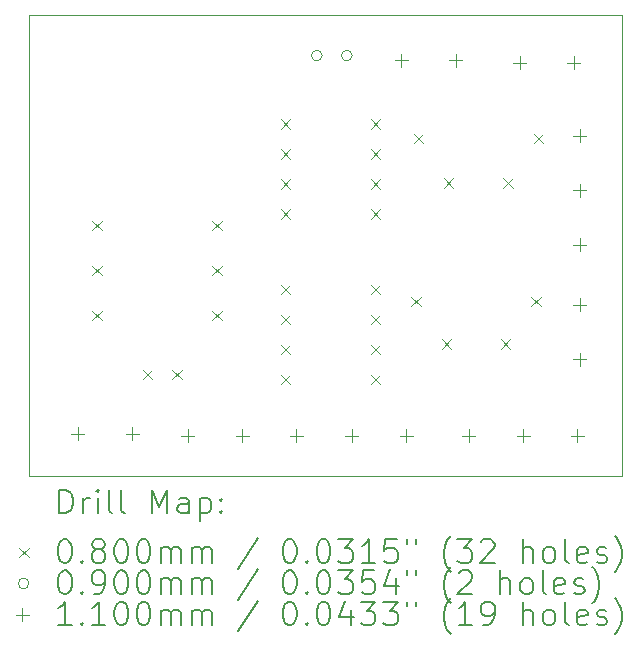
<source format=gbr>
%FSLAX45Y45*%
G04 Gerber Fmt 4.5, Leading zero omitted, Abs format (unit mm)*
G04 Created by KiCad (PCBNEW (6.0.2-0)) date 2024-07-24 16:17:42*
%MOMM*%
%LPD*%
G01*
G04 APERTURE LIST*
%TA.AperFunction,Profile*%
%ADD10C,0.100000*%
%TD*%
%ADD11C,0.200000*%
%ADD12C,0.080000*%
%ADD13C,0.090000*%
%ADD14C,0.110000*%
G04 APERTURE END LIST*
D10*
X11500000Y-5000000D02*
X16520000Y-5000000D01*
X16520000Y-5000000D02*
X16520000Y-8900000D01*
X16520000Y-8900000D02*
X11500000Y-8900000D01*
X11500000Y-8900000D02*
X11500000Y-5000000D01*
D11*
D12*
X12032000Y-6740000D02*
X12112000Y-6820000D01*
X12112000Y-6740000D02*
X12032000Y-6820000D01*
X12032000Y-7120000D02*
X12112000Y-7200000D01*
X12112000Y-7120000D02*
X12032000Y-7200000D01*
X12032000Y-7500000D02*
X12112000Y-7580000D01*
X12112000Y-7500000D02*
X12032000Y-7580000D01*
X12460000Y-8000000D02*
X12540000Y-8080000D01*
X12540000Y-8000000D02*
X12460000Y-8080000D01*
X12710000Y-8000000D02*
X12790000Y-8080000D01*
X12790000Y-8000000D02*
X12710000Y-8080000D01*
X13048000Y-6740000D02*
X13128000Y-6820000D01*
X13128000Y-6740000D02*
X13048000Y-6820000D01*
X13048000Y-7120000D02*
X13128000Y-7200000D01*
X13128000Y-7120000D02*
X13048000Y-7200000D01*
X13048000Y-7500000D02*
X13128000Y-7580000D01*
X13128000Y-7500000D02*
X13048000Y-7580000D01*
X13630000Y-5880000D02*
X13710000Y-5960000D01*
X13710000Y-5880000D02*
X13630000Y-5960000D01*
X13630000Y-6134000D02*
X13710000Y-6214000D01*
X13710000Y-6134000D02*
X13630000Y-6214000D01*
X13630000Y-6388000D02*
X13710000Y-6468000D01*
X13710000Y-6388000D02*
X13630000Y-6468000D01*
X13630000Y-6642000D02*
X13710000Y-6722000D01*
X13710000Y-6642000D02*
X13630000Y-6722000D01*
X13630000Y-7280000D02*
X13710000Y-7360000D01*
X13710000Y-7280000D02*
X13630000Y-7360000D01*
X13630000Y-7534000D02*
X13710000Y-7614000D01*
X13710000Y-7534000D02*
X13630000Y-7614000D01*
X13630000Y-7788000D02*
X13710000Y-7868000D01*
X13710000Y-7788000D02*
X13630000Y-7868000D01*
X13630000Y-8042000D02*
X13710000Y-8122000D01*
X13710000Y-8042000D02*
X13630000Y-8122000D01*
X14392000Y-5880000D02*
X14472000Y-5960000D01*
X14472000Y-5880000D02*
X14392000Y-5960000D01*
X14392000Y-6134000D02*
X14472000Y-6214000D01*
X14472000Y-6134000D02*
X14392000Y-6214000D01*
X14392000Y-6388000D02*
X14472000Y-6468000D01*
X14472000Y-6388000D02*
X14392000Y-6468000D01*
X14392000Y-6642000D02*
X14472000Y-6722000D01*
X14472000Y-6642000D02*
X14392000Y-6722000D01*
X14392000Y-7280000D02*
X14472000Y-7360000D01*
X14472000Y-7280000D02*
X14392000Y-7360000D01*
X14392000Y-7534000D02*
X14472000Y-7614000D01*
X14472000Y-7534000D02*
X14392000Y-7614000D01*
X14392000Y-7788000D02*
X14472000Y-7868000D01*
X14472000Y-7788000D02*
X14392000Y-7868000D01*
X14392000Y-8042000D02*
X14472000Y-8122000D01*
X14472000Y-8042000D02*
X14392000Y-8122000D01*
X14732000Y-7380000D02*
X14812000Y-7460000D01*
X14812000Y-7380000D02*
X14732000Y-7460000D01*
X14752000Y-6000000D02*
X14832000Y-6080000D01*
X14832000Y-6000000D02*
X14752000Y-6080000D01*
X14990000Y-7740000D02*
X15070000Y-7820000D01*
X15070000Y-7740000D02*
X14990000Y-7820000D01*
X15010000Y-6380000D02*
X15090000Y-6460000D01*
X15090000Y-6380000D02*
X15010000Y-6460000D01*
X15490000Y-7740000D02*
X15570000Y-7820000D01*
X15570000Y-7740000D02*
X15490000Y-7820000D01*
X15510000Y-6380000D02*
X15590000Y-6460000D01*
X15590000Y-6380000D02*
X15510000Y-6460000D01*
X15748000Y-7380000D02*
X15828000Y-7460000D01*
X15828000Y-7380000D02*
X15748000Y-7460000D01*
X15768000Y-6000000D02*
X15848000Y-6080000D01*
X15848000Y-6000000D02*
X15768000Y-6080000D01*
D13*
X13977500Y-5340000D02*
G75*
G03*
X13977500Y-5340000I-45000J0D01*
G01*
X14231500Y-5340000D02*
G75*
G03*
X14231500Y-5340000I-45000J0D01*
G01*
D14*
X11910000Y-8485000D02*
X11910000Y-8595000D01*
X11855000Y-8540000D02*
X11965000Y-8540000D01*
X12370000Y-8485000D02*
X12370000Y-8595000D01*
X12315000Y-8540000D02*
X12425000Y-8540000D01*
X12840000Y-8505000D02*
X12840000Y-8615000D01*
X12785000Y-8560000D02*
X12895000Y-8560000D01*
X13300000Y-8505000D02*
X13300000Y-8615000D01*
X13245000Y-8560000D02*
X13355000Y-8560000D01*
X13760000Y-8505000D02*
X13760000Y-8615000D01*
X13705000Y-8560000D02*
X13815000Y-8560000D01*
X14230000Y-8505000D02*
X14230000Y-8615000D01*
X14175000Y-8560000D02*
X14285000Y-8560000D01*
X14650000Y-5325000D02*
X14650000Y-5435000D01*
X14595000Y-5380000D02*
X14705000Y-5380000D01*
X14690000Y-8505000D02*
X14690000Y-8615000D01*
X14635000Y-8560000D02*
X14745000Y-8560000D01*
X15110000Y-5325000D02*
X15110000Y-5435000D01*
X15055000Y-5380000D02*
X15165000Y-5380000D01*
X15220000Y-8505000D02*
X15220000Y-8615000D01*
X15165000Y-8560000D02*
X15275000Y-8560000D01*
X15650000Y-5345000D02*
X15650000Y-5455000D01*
X15595000Y-5400000D02*
X15705000Y-5400000D01*
X15680000Y-8505000D02*
X15680000Y-8615000D01*
X15625000Y-8560000D02*
X15735000Y-8560000D01*
X16110000Y-5345000D02*
X16110000Y-5455000D01*
X16055000Y-5400000D02*
X16165000Y-5400000D01*
X16140000Y-8505000D02*
X16140000Y-8615000D01*
X16085000Y-8560000D02*
X16195000Y-8560000D01*
X16160000Y-5965000D02*
X16160000Y-6075000D01*
X16105000Y-6020000D02*
X16215000Y-6020000D01*
X16160000Y-6425000D02*
X16160000Y-6535000D01*
X16105000Y-6480000D02*
X16215000Y-6480000D01*
X16160000Y-6885000D02*
X16160000Y-6995000D01*
X16105000Y-6940000D02*
X16215000Y-6940000D01*
X16160000Y-7395000D02*
X16160000Y-7505000D01*
X16105000Y-7450000D02*
X16215000Y-7450000D01*
X16160000Y-7855000D02*
X16160000Y-7965000D01*
X16105000Y-7910000D02*
X16215000Y-7910000D01*
D11*
X11752619Y-9215476D02*
X11752619Y-9015476D01*
X11800238Y-9015476D01*
X11828809Y-9025000D01*
X11847857Y-9044048D01*
X11857381Y-9063095D01*
X11866905Y-9101190D01*
X11866905Y-9129762D01*
X11857381Y-9167857D01*
X11847857Y-9186905D01*
X11828809Y-9205952D01*
X11800238Y-9215476D01*
X11752619Y-9215476D01*
X11952619Y-9215476D02*
X11952619Y-9082143D01*
X11952619Y-9120238D02*
X11962143Y-9101190D01*
X11971667Y-9091667D01*
X11990714Y-9082143D01*
X12009762Y-9082143D01*
X12076428Y-9215476D02*
X12076428Y-9082143D01*
X12076428Y-9015476D02*
X12066905Y-9025000D01*
X12076428Y-9034524D01*
X12085952Y-9025000D01*
X12076428Y-9015476D01*
X12076428Y-9034524D01*
X12200238Y-9215476D02*
X12181190Y-9205952D01*
X12171667Y-9186905D01*
X12171667Y-9015476D01*
X12305000Y-9215476D02*
X12285952Y-9205952D01*
X12276428Y-9186905D01*
X12276428Y-9015476D01*
X12533571Y-9215476D02*
X12533571Y-9015476D01*
X12600238Y-9158333D01*
X12666905Y-9015476D01*
X12666905Y-9215476D01*
X12847857Y-9215476D02*
X12847857Y-9110714D01*
X12838333Y-9091667D01*
X12819286Y-9082143D01*
X12781190Y-9082143D01*
X12762143Y-9091667D01*
X12847857Y-9205952D02*
X12828809Y-9215476D01*
X12781190Y-9215476D01*
X12762143Y-9205952D01*
X12752619Y-9186905D01*
X12752619Y-9167857D01*
X12762143Y-9148810D01*
X12781190Y-9139286D01*
X12828809Y-9139286D01*
X12847857Y-9129762D01*
X12943095Y-9082143D02*
X12943095Y-9282143D01*
X12943095Y-9091667D02*
X12962143Y-9082143D01*
X13000238Y-9082143D01*
X13019286Y-9091667D01*
X13028809Y-9101190D01*
X13038333Y-9120238D01*
X13038333Y-9177381D01*
X13028809Y-9196429D01*
X13019286Y-9205952D01*
X13000238Y-9215476D01*
X12962143Y-9215476D01*
X12943095Y-9205952D01*
X13124048Y-9196429D02*
X13133571Y-9205952D01*
X13124048Y-9215476D01*
X13114524Y-9205952D01*
X13124048Y-9196429D01*
X13124048Y-9215476D01*
X13124048Y-9091667D02*
X13133571Y-9101190D01*
X13124048Y-9110714D01*
X13114524Y-9101190D01*
X13124048Y-9091667D01*
X13124048Y-9110714D01*
D12*
X11415000Y-9505000D02*
X11495000Y-9585000D01*
X11495000Y-9505000D02*
X11415000Y-9585000D01*
D11*
X11790714Y-9435476D02*
X11809762Y-9435476D01*
X11828809Y-9445000D01*
X11838333Y-9454524D01*
X11847857Y-9473571D01*
X11857381Y-9511667D01*
X11857381Y-9559286D01*
X11847857Y-9597381D01*
X11838333Y-9616429D01*
X11828809Y-9625952D01*
X11809762Y-9635476D01*
X11790714Y-9635476D01*
X11771667Y-9625952D01*
X11762143Y-9616429D01*
X11752619Y-9597381D01*
X11743095Y-9559286D01*
X11743095Y-9511667D01*
X11752619Y-9473571D01*
X11762143Y-9454524D01*
X11771667Y-9445000D01*
X11790714Y-9435476D01*
X11943095Y-9616429D02*
X11952619Y-9625952D01*
X11943095Y-9635476D01*
X11933571Y-9625952D01*
X11943095Y-9616429D01*
X11943095Y-9635476D01*
X12066905Y-9521190D02*
X12047857Y-9511667D01*
X12038333Y-9502143D01*
X12028809Y-9483095D01*
X12028809Y-9473571D01*
X12038333Y-9454524D01*
X12047857Y-9445000D01*
X12066905Y-9435476D01*
X12105000Y-9435476D01*
X12124048Y-9445000D01*
X12133571Y-9454524D01*
X12143095Y-9473571D01*
X12143095Y-9483095D01*
X12133571Y-9502143D01*
X12124048Y-9511667D01*
X12105000Y-9521190D01*
X12066905Y-9521190D01*
X12047857Y-9530714D01*
X12038333Y-9540238D01*
X12028809Y-9559286D01*
X12028809Y-9597381D01*
X12038333Y-9616429D01*
X12047857Y-9625952D01*
X12066905Y-9635476D01*
X12105000Y-9635476D01*
X12124048Y-9625952D01*
X12133571Y-9616429D01*
X12143095Y-9597381D01*
X12143095Y-9559286D01*
X12133571Y-9540238D01*
X12124048Y-9530714D01*
X12105000Y-9521190D01*
X12266905Y-9435476D02*
X12285952Y-9435476D01*
X12305000Y-9445000D01*
X12314524Y-9454524D01*
X12324048Y-9473571D01*
X12333571Y-9511667D01*
X12333571Y-9559286D01*
X12324048Y-9597381D01*
X12314524Y-9616429D01*
X12305000Y-9625952D01*
X12285952Y-9635476D01*
X12266905Y-9635476D01*
X12247857Y-9625952D01*
X12238333Y-9616429D01*
X12228809Y-9597381D01*
X12219286Y-9559286D01*
X12219286Y-9511667D01*
X12228809Y-9473571D01*
X12238333Y-9454524D01*
X12247857Y-9445000D01*
X12266905Y-9435476D01*
X12457381Y-9435476D02*
X12476428Y-9435476D01*
X12495476Y-9445000D01*
X12505000Y-9454524D01*
X12514524Y-9473571D01*
X12524048Y-9511667D01*
X12524048Y-9559286D01*
X12514524Y-9597381D01*
X12505000Y-9616429D01*
X12495476Y-9625952D01*
X12476428Y-9635476D01*
X12457381Y-9635476D01*
X12438333Y-9625952D01*
X12428809Y-9616429D01*
X12419286Y-9597381D01*
X12409762Y-9559286D01*
X12409762Y-9511667D01*
X12419286Y-9473571D01*
X12428809Y-9454524D01*
X12438333Y-9445000D01*
X12457381Y-9435476D01*
X12609762Y-9635476D02*
X12609762Y-9502143D01*
X12609762Y-9521190D02*
X12619286Y-9511667D01*
X12638333Y-9502143D01*
X12666905Y-9502143D01*
X12685952Y-9511667D01*
X12695476Y-9530714D01*
X12695476Y-9635476D01*
X12695476Y-9530714D02*
X12705000Y-9511667D01*
X12724048Y-9502143D01*
X12752619Y-9502143D01*
X12771667Y-9511667D01*
X12781190Y-9530714D01*
X12781190Y-9635476D01*
X12876428Y-9635476D02*
X12876428Y-9502143D01*
X12876428Y-9521190D02*
X12885952Y-9511667D01*
X12905000Y-9502143D01*
X12933571Y-9502143D01*
X12952619Y-9511667D01*
X12962143Y-9530714D01*
X12962143Y-9635476D01*
X12962143Y-9530714D02*
X12971667Y-9511667D01*
X12990714Y-9502143D01*
X13019286Y-9502143D01*
X13038333Y-9511667D01*
X13047857Y-9530714D01*
X13047857Y-9635476D01*
X13438333Y-9425952D02*
X13266905Y-9683095D01*
X13695476Y-9435476D02*
X13714524Y-9435476D01*
X13733571Y-9445000D01*
X13743095Y-9454524D01*
X13752619Y-9473571D01*
X13762143Y-9511667D01*
X13762143Y-9559286D01*
X13752619Y-9597381D01*
X13743095Y-9616429D01*
X13733571Y-9625952D01*
X13714524Y-9635476D01*
X13695476Y-9635476D01*
X13676428Y-9625952D01*
X13666905Y-9616429D01*
X13657381Y-9597381D01*
X13647857Y-9559286D01*
X13647857Y-9511667D01*
X13657381Y-9473571D01*
X13666905Y-9454524D01*
X13676428Y-9445000D01*
X13695476Y-9435476D01*
X13847857Y-9616429D02*
X13857381Y-9625952D01*
X13847857Y-9635476D01*
X13838333Y-9625952D01*
X13847857Y-9616429D01*
X13847857Y-9635476D01*
X13981190Y-9435476D02*
X14000238Y-9435476D01*
X14019286Y-9445000D01*
X14028809Y-9454524D01*
X14038333Y-9473571D01*
X14047857Y-9511667D01*
X14047857Y-9559286D01*
X14038333Y-9597381D01*
X14028809Y-9616429D01*
X14019286Y-9625952D01*
X14000238Y-9635476D01*
X13981190Y-9635476D01*
X13962143Y-9625952D01*
X13952619Y-9616429D01*
X13943095Y-9597381D01*
X13933571Y-9559286D01*
X13933571Y-9511667D01*
X13943095Y-9473571D01*
X13952619Y-9454524D01*
X13962143Y-9445000D01*
X13981190Y-9435476D01*
X14114524Y-9435476D02*
X14238333Y-9435476D01*
X14171667Y-9511667D01*
X14200238Y-9511667D01*
X14219286Y-9521190D01*
X14228809Y-9530714D01*
X14238333Y-9549762D01*
X14238333Y-9597381D01*
X14228809Y-9616429D01*
X14219286Y-9625952D01*
X14200238Y-9635476D01*
X14143095Y-9635476D01*
X14124048Y-9625952D01*
X14114524Y-9616429D01*
X14428809Y-9635476D02*
X14314524Y-9635476D01*
X14371667Y-9635476D02*
X14371667Y-9435476D01*
X14352619Y-9464048D01*
X14333571Y-9483095D01*
X14314524Y-9492619D01*
X14609762Y-9435476D02*
X14514524Y-9435476D01*
X14505000Y-9530714D01*
X14514524Y-9521190D01*
X14533571Y-9511667D01*
X14581190Y-9511667D01*
X14600238Y-9521190D01*
X14609762Y-9530714D01*
X14619286Y-9549762D01*
X14619286Y-9597381D01*
X14609762Y-9616429D01*
X14600238Y-9625952D01*
X14581190Y-9635476D01*
X14533571Y-9635476D01*
X14514524Y-9625952D01*
X14505000Y-9616429D01*
X14695476Y-9435476D02*
X14695476Y-9473571D01*
X14771667Y-9435476D02*
X14771667Y-9473571D01*
X15066905Y-9711667D02*
X15057381Y-9702143D01*
X15038333Y-9673571D01*
X15028809Y-9654524D01*
X15019286Y-9625952D01*
X15009762Y-9578333D01*
X15009762Y-9540238D01*
X15019286Y-9492619D01*
X15028809Y-9464048D01*
X15038333Y-9445000D01*
X15057381Y-9416429D01*
X15066905Y-9406905D01*
X15124048Y-9435476D02*
X15247857Y-9435476D01*
X15181190Y-9511667D01*
X15209762Y-9511667D01*
X15228809Y-9521190D01*
X15238333Y-9530714D01*
X15247857Y-9549762D01*
X15247857Y-9597381D01*
X15238333Y-9616429D01*
X15228809Y-9625952D01*
X15209762Y-9635476D01*
X15152619Y-9635476D01*
X15133571Y-9625952D01*
X15124048Y-9616429D01*
X15324048Y-9454524D02*
X15333571Y-9445000D01*
X15352619Y-9435476D01*
X15400238Y-9435476D01*
X15419286Y-9445000D01*
X15428809Y-9454524D01*
X15438333Y-9473571D01*
X15438333Y-9492619D01*
X15428809Y-9521190D01*
X15314524Y-9635476D01*
X15438333Y-9635476D01*
X15676428Y-9635476D02*
X15676428Y-9435476D01*
X15762143Y-9635476D02*
X15762143Y-9530714D01*
X15752619Y-9511667D01*
X15733571Y-9502143D01*
X15705000Y-9502143D01*
X15685952Y-9511667D01*
X15676428Y-9521190D01*
X15885952Y-9635476D02*
X15866905Y-9625952D01*
X15857381Y-9616429D01*
X15847857Y-9597381D01*
X15847857Y-9540238D01*
X15857381Y-9521190D01*
X15866905Y-9511667D01*
X15885952Y-9502143D01*
X15914524Y-9502143D01*
X15933571Y-9511667D01*
X15943095Y-9521190D01*
X15952619Y-9540238D01*
X15952619Y-9597381D01*
X15943095Y-9616429D01*
X15933571Y-9625952D01*
X15914524Y-9635476D01*
X15885952Y-9635476D01*
X16066905Y-9635476D02*
X16047857Y-9625952D01*
X16038333Y-9606905D01*
X16038333Y-9435476D01*
X16219286Y-9625952D02*
X16200238Y-9635476D01*
X16162143Y-9635476D01*
X16143095Y-9625952D01*
X16133571Y-9606905D01*
X16133571Y-9530714D01*
X16143095Y-9511667D01*
X16162143Y-9502143D01*
X16200238Y-9502143D01*
X16219286Y-9511667D01*
X16228809Y-9530714D01*
X16228809Y-9549762D01*
X16133571Y-9568810D01*
X16305000Y-9625952D02*
X16324048Y-9635476D01*
X16362143Y-9635476D01*
X16381190Y-9625952D01*
X16390714Y-9606905D01*
X16390714Y-9597381D01*
X16381190Y-9578333D01*
X16362143Y-9568810D01*
X16333571Y-9568810D01*
X16314524Y-9559286D01*
X16305000Y-9540238D01*
X16305000Y-9530714D01*
X16314524Y-9511667D01*
X16333571Y-9502143D01*
X16362143Y-9502143D01*
X16381190Y-9511667D01*
X16457381Y-9711667D02*
X16466905Y-9702143D01*
X16485952Y-9673571D01*
X16495476Y-9654524D01*
X16505000Y-9625952D01*
X16514524Y-9578333D01*
X16514524Y-9540238D01*
X16505000Y-9492619D01*
X16495476Y-9464048D01*
X16485952Y-9445000D01*
X16466905Y-9416429D01*
X16457381Y-9406905D01*
D13*
X11495000Y-9809000D02*
G75*
G03*
X11495000Y-9809000I-45000J0D01*
G01*
D11*
X11790714Y-9699476D02*
X11809762Y-9699476D01*
X11828809Y-9709000D01*
X11838333Y-9718524D01*
X11847857Y-9737571D01*
X11857381Y-9775667D01*
X11857381Y-9823286D01*
X11847857Y-9861381D01*
X11838333Y-9880429D01*
X11828809Y-9889952D01*
X11809762Y-9899476D01*
X11790714Y-9899476D01*
X11771667Y-9889952D01*
X11762143Y-9880429D01*
X11752619Y-9861381D01*
X11743095Y-9823286D01*
X11743095Y-9775667D01*
X11752619Y-9737571D01*
X11762143Y-9718524D01*
X11771667Y-9709000D01*
X11790714Y-9699476D01*
X11943095Y-9880429D02*
X11952619Y-9889952D01*
X11943095Y-9899476D01*
X11933571Y-9889952D01*
X11943095Y-9880429D01*
X11943095Y-9899476D01*
X12047857Y-9899476D02*
X12085952Y-9899476D01*
X12105000Y-9889952D01*
X12114524Y-9880429D01*
X12133571Y-9851857D01*
X12143095Y-9813762D01*
X12143095Y-9737571D01*
X12133571Y-9718524D01*
X12124048Y-9709000D01*
X12105000Y-9699476D01*
X12066905Y-9699476D01*
X12047857Y-9709000D01*
X12038333Y-9718524D01*
X12028809Y-9737571D01*
X12028809Y-9785190D01*
X12038333Y-9804238D01*
X12047857Y-9813762D01*
X12066905Y-9823286D01*
X12105000Y-9823286D01*
X12124048Y-9813762D01*
X12133571Y-9804238D01*
X12143095Y-9785190D01*
X12266905Y-9699476D02*
X12285952Y-9699476D01*
X12305000Y-9709000D01*
X12314524Y-9718524D01*
X12324048Y-9737571D01*
X12333571Y-9775667D01*
X12333571Y-9823286D01*
X12324048Y-9861381D01*
X12314524Y-9880429D01*
X12305000Y-9889952D01*
X12285952Y-9899476D01*
X12266905Y-9899476D01*
X12247857Y-9889952D01*
X12238333Y-9880429D01*
X12228809Y-9861381D01*
X12219286Y-9823286D01*
X12219286Y-9775667D01*
X12228809Y-9737571D01*
X12238333Y-9718524D01*
X12247857Y-9709000D01*
X12266905Y-9699476D01*
X12457381Y-9699476D02*
X12476428Y-9699476D01*
X12495476Y-9709000D01*
X12505000Y-9718524D01*
X12514524Y-9737571D01*
X12524048Y-9775667D01*
X12524048Y-9823286D01*
X12514524Y-9861381D01*
X12505000Y-9880429D01*
X12495476Y-9889952D01*
X12476428Y-9899476D01*
X12457381Y-9899476D01*
X12438333Y-9889952D01*
X12428809Y-9880429D01*
X12419286Y-9861381D01*
X12409762Y-9823286D01*
X12409762Y-9775667D01*
X12419286Y-9737571D01*
X12428809Y-9718524D01*
X12438333Y-9709000D01*
X12457381Y-9699476D01*
X12609762Y-9899476D02*
X12609762Y-9766143D01*
X12609762Y-9785190D02*
X12619286Y-9775667D01*
X12638333Y-9766143D01*
X12666905Y-9766143D01*
X12685952Y-9775667D01*
X12695476Y-9794714D01*
X12695476Y-9899476D01*
X12695476Y-9794714D02*
X12705000Y-9775667D01*
X12724048Y-9766143D01*
X12752619Y-9766143D01*
X12771667Y-9775667D01*
X12781190Y-9794714D01*
X12781190Y-9899476D01*
X12876428Y-9899476D02*
X12876428Y-9766143D01*
X12876428Y-9785190D02*
X12885952Y-9775667D01*
X12905000Y-9766143D01*
X12933571Y-9766143D01*
X12952619Y-9775667D01*
X12962143Y-9794714D01*
X12962143Y-9899476D01*
X12962143Y-9794714D02*
X12971667Y-9775667D01*
X12990714Y-9766143D01*
X13019286Y-9766143D01*
X13038333Y-9775667D01*
X13047857Y-9794714D01*
X13047857Y-9899476D01*
X13438333Y-9689952D02*
X13266905Y-9947095D01*
X13695476Y-9699476D02*
X13714524Y-9699476D01*
X13733571Y-9709000D01*
X13743095Y-9718524D01*
X13752619Y-9737571D01*
X13762143Y-9775667D01*
X13762143Y-9823286D01*
X13752619Y-9861381D01*
X13743095Y-9880429D01*
X13733571Y-9889952D01*
X13714524Y-9899476D01*
X13695476Y-9899476D01*
X13676428Y-9889952D01*
X13666905Y-9880429D01*
X13657381Y-9861381D01*
X13647857Y-9823286D01*
X13647857Y-9775667D01*
X13657381Y-9737571D01*
X13666905Y-9718524D01*
X13676428Y-9709000D01*
X13695476Y-9699476D01*
X13847857Y-9880429D02*
X13857381Y-9889952D01*
X13847857Y-9899476D01*
X13838333Y-9889952D01*
X13847857Y-9880429D01*
X13847857Y-9899476D01*
X13981190Y-9699476D02*
X14000238Y-9699476D01*
X14019286Y-9709000D01*
X14028809Y-9718524D01*
X14038333Y-9737571D01*
X14047857Y-9775667D01*
X14047857Y-9823286D01*
X14038333Y-9861381D01*
X14028809Y-9880429D01*
X14019286Y-9889952D01*
X14000238Y-9899476D01*
X13981190Y-9899476D01*
X13962143Y-9889952D01*
X13952619Y-9880429D01*
X13943095Y-9861381D01*
X13933571Y-9823286D01*
X13933571Y-9775667D01*
X13943095Y-9737571D01*
X13952619Y-9718524D01*
X13962143Y-9709000D01*
X13981190Y-9699476D01*
X14114524Y-9699476D02*
X14238333Y-9699476D01*
X14171667Y-9775667D01*
X14200238Y-9775667D01*
X14219286Y-9785190D01*
X14228809Y-9794714D01*
X14238333Y-9813762D01*
X14238333Y-9861381D01*
X14228809Y-9880429D01*
X14219286Y-9889952D01*
X14200238Y-9899476D01*
X14143095Y-9899476D01*
X14124048Y-9889952D01*
X14114524Y-9880429D01*
X14419286Y-9699476D02*
X14324048Y-9699476D01*
X14314524Y-9794714D01*
X14324048Y-9785190D01*
X14343095Y-9775667D01*
X14390714Y-9775667D01*
X14409762Y-9785190D01*
X14419286Y-9794714D01*
X14428809Y-9813762D01*
X14428809Y-9861381D01*
X14419286Y-9880429D01*
X14409762Y-9889952D01*
X14390714Y-9899476D01*
X14343095Y-9899476D01*
X14324048Y-9889952D01*
X14314524Y-9880429D01*
X14600238Y-9766143D02*
X14600238Y-9899476D01*
X14552619Y-9689952D02*
X14505000Y-9832810D01*
X14628809Y-9832810D01*
X14695476Y-9699476D02*
X14695476Y-9737571D01*
X14771667Y-9699476D02*
X14771667Y-9737571D01*
X15066905Y-9975667D02*
X15057381Y-9966143D01*
X15038333Y-9937571D01*
X15028809Y-9918524D01*
X15019286Y-9889952D01*
X15009762Y-9842333D01*
X15009762Y-9804238D01*
X15019286Y-9756619D01*
X15028809Y-9728048D01*
X15038333Y-9709000D01*
X15057381Y-9680429D01*
X15066905Y-9670905D01*
X15133571Y-9718524D02*
X15143095Y-9709000D01*
X15162143Y-9699476D01*
X15209762Y-9699476D01*
X15228809Y-9709000D01*
X15238333Y-9718524D01*
X15247857Y-9737571D01*
X15247857Y-9756619D01*
X15238333Y-9785190D01*
X15124048Y-9899476D01*
X15247857Y-9899476D01*
X15485952Y-9899476D02*
X15485952Y-9699476D01*
X15571667Y-9899476D02*
X15571667Y-9794714D01*
X15562143Y-9775667D01*
X15543095Y-9766143D01*
X15514524Y-9766143D01*
X15495476Y-9775667D01*
X15485952Y-9785190D01*
X15695476Y-9899476D02*
X15676428Y-9889952D01*
X15666905Y-9880429D01*
X15657381Y-9861381D01*
X15657381Y-9804238D01*
X15666905Y-9785190D01*
X15676428Y-9775667D01*
X15695476Y-9766143D01*
X15724048Y-9766143D01*
X15743095Y-9775667D01*
X15752619Y-9785190D01*
X15762143Y-9804238D01*
X15762143Y-9861381D01*
X15752619Y-9880429D01*
X15743095Y-9889952D01*
X15724048Y-9899476D01*
X15695476Y-9899476D01*
X15876428Y-9899476D02*
X15857381Y-9889952D01*
X15847857Y-9870905D01*
X15847857Y-9699476D01*
X16028809Y-9889952D02*
X16009762Y-9899476D01*
X15971667Y-9899476D01*
X15952619Y-9889952D01*
X15943095Y-9870905D01*
X15943095Y-9794714D01*
X15952619Y-9775667D01*
X15971667Y-9766143D01*
X16009762Y-9766143D01*
X16028809Y-9775667D01*
X16038333Y-9794714D01*
X16038333Y-9813762D01*
X15943095Y-9832810D01*
X16114524Y-9889952D02*
X16133571Y-9899476D01*
X16171667Y-9899476D01*
X16190714Y-9889952D01*
X16200238Y-9870905D01*
X16200238Y-9861381D01*
X16190714Y-9842333D01*
X16171667Y-9832810D01*
X16143095Y-9832810D01*
X16124048Y-9823286D01*
X16114524Y-9804238D01*
X16114524Y-9794714D01*
X16124048Y-9775667D01*
X16143095Y-9766143D01*
X16171667Y-9766143D01*
X16190714Y-9775667D01*
X16266905Y-9975667D02*
X16276428Y-9966143D01*
X16295476Y-9937571D01*
X16305000Y-9918524D01*
X16314524Y-9889952D01*
X16324048Y-9842333D01*
X16324048Y-9804238D01*
X16314524Y-9756619D01*
X16305000Y-9728048D01*
X16295476Y-9709000D01*
X16276428Y-9680429D01*
X16266905Y-9670905D01*
D14*
X11440000Y-10018000D02*
X11440000Y-10128000D01*
X11385000Y-10073000D02*
X11495000Y-10073000D01*
D11*
X11857381Y-10163476D02*
X11743095Y-10163476D01*
X11800238Y-10163476D02*
X11800238Y-9963476D01*
X11781190Y-9992048D01*
X11762143Y-10011095D01*
X11743095Y-10020619D01*
X11943095Y-10144429D02*
X11952619Y-10153952D01*
X11943095Y-10163476D01*
X11933571Y-10153952D01*
X11943095Y-10144429D01*
X11943095Y-10163476D01*
X12143095Y-10163476D02*
X12028809Y-10163476D01*
X12085952Y-10163476D02*
X12085952Y-9963476D01*
X12066905Y-9992048D01*
X12047857Y-10011095D01*
X12028809Y-10020619D01*
X12266905Y-9963476D02*
X12285952Y-9963476D01*
X12305000Y-9973000D01*
X12314524Y-9982524D01*
X12324048Y-10001571D01*
X12333571Y-10039667D01*
X12333571Y-10087286D01*
X12324048Y-10125381D01*
X12314524Y-10144429D01*
X12305000Y-10153952D01*
X12285952Y-10163476D01*
X12266905Y-10163476D01*
X12247857Y-10153952D01*
X12238333Y-10144429D01*
X12228809Y-10125381D01*
X12219286Y-10087286D01*
X12219286Y-10039667D01*
X12228809Y-10001571D01*
X12238333Y-9982524D01*
X12247857Y-9973000D01*
X12266905Y-9963476D01*
X12457381Y-9963476D02*
X12476428Y-9963476D01*
X12495476Y-9973000D01*
X12505000Y-9982524D01*
X12514524Y-10001571D01*
X12524048Y-10039667D01*
X12524048Y-10087286D01*
X12514524Y-10125381D01*
X12505000Y-10144429D01*
X12495476Y-10153952D01*
X12476428Y-10163476D01*
X12457381Y-10163476D01*
X12438333Y-10153952D01*
X12428809Y-10144429D01*
X12419286Y-10125381D01*
X12409762Y-10087286D01*
X12409762Y-10039667D01*
X12419286Y-10001571D01*
X12428809Y-9982524D01*
X12438333Y-9973000D01*
X12457381Y-9963476D01*
X12609762Y-10163476D02*
X12609762Y-10030143D01*
X12609762Y-10049190D02*
X12619286Y-10039667D01*
X12638333Y-10030143D01*
X12666905Y-10030143D01*
X12685952Y-10039667D01*
X12695476Y-10058714D01*
X12695476Y-10163476D01*
X12695476Y-10058714D02*
X12705000Y-10039667D01*
X12724048Y-10030143D01*
X12752619Y-10030143D01*
X12771667Y-10039667D01*
X12781190Y-10058714D01*
X12781190Y-10163476D01*
X12876428Y-10163476D02*
X12876428Y-10030143D01*
X12876428Y-10049190D02*
X12885952Y-10039667D01*
X12905000Y-10030143D01*
X12933571Y-10030143D01*
X12952619Y-10039667D01*
X12962143Y-10058714D01*
X12962143Y-10163476D01*
X12962143Y-10058714D02*
X12971667Y-10039667D01*
X12990714Y-10030143D01*
X13019286Y-10030143D01*
X13038333Y-10039667D01*
X13047857Y-10058714D01*
X13047857Y-10163476D01*
X13438333Y-9953952D02*
X13266905Y-10211095D01*
X13695476Y-9963476D02*
X13714524Y-9963476D01*
X13733571Y-9973000D01*
X13743095Y-9982524D01*
X13752619Y-10001571D01*
X13762143Y-10039667D01*
X13762143Y-10087286D01*
X13752619Y-10125381D01*
X13743095Y-10144429D01*
X13733571Y-10153952D01*
X13714524Y-10163476D01*
X13695476Y-10163476D01*
X13676428Y-10153952D01*
X13666905Y-10144429D01*
X13657381Y-10125381D01*
X13647857Y-10087286D01*
X13647857Y-10039667D01*
X13657381Y-10001571D01*
X13666905Y-9982524D01*
X13676428Y-9973000D01*
X13695476Y-9963476D01*
X13847857Y-10144429D02*
X13857381Y-10153952D01*
X13847857Y-10163476D01*
X13838333Y-10153952D01*
X13847857Y-10144429D01*
X13847857Y-10163476D01*
X13981190Y-9963476D02*
X14000238Y-9963476D01*
X14019286Y-9973000D01*
X14028809Y-9982524D01*
X14038333Y-10001571D01*
X14047857Y-10039667D01*
X14047857Y-10087286D01*
X14038333Y-10125381D01*
X14028809Y-10144429D01*
X14019286Y-10153952D01*
X14000238Y-10163476D01*
X13981190Y-10163476D01*
X13962143Y-10153952D01*
X13952619Y-10144429D01*
X13943095Y-10125381D01*
X13933571Y-10087286D01*
X13933571Y-10039667D01*
X13943095Y-10001571D01*
X13952619Y-9982524D01*
X13962143Y-9973000D01*
X13981190Y-9963476D01*
X14219286Y-10030143D02*
X14219286Y-10163476D01*
X14171667Y-9953952D02*
X14124048Y-10096810D01*
X14247857Y-10096810D01*
X14305000Y-9963476D02*
X14428809Y-9963476D01*
X14362143Y-10039667D01*
X14390714Y-10039667D01*
X14409762Y-10049190D01*
X14419286Y-10058714D01*
X14428809Y-10077762D01*
X14428809Y-10125381D01*
X14419286Y-10144429D01*
X14409762Y-10153952D01*
X14390714Y-10163476D01*
X14333571Y-10163476D01*
X14314524Y-10153952D01*
X14305000Y-10144429D01*
X14495476Y-9963476D02*
X14619286Y-9963476D01*
X14552619Y-10039667D01*
X14581190Y-10039667D01*
X14600238Y-10049190D01*
X14609762Y-10058714D01*
X14619286Y-10077762D01*
X14619286Y-10125381D01*
X14609762Y-10144429D01*
X14600238Y-10153952D01*
X14581190Y-10163476D01*
X14524048Y-10163476D01*
X14505000Y-10153952D01*
X14495476Y-10144429D01*
X14695476Y-9963476D02*
X14695476Y-10001571D01*
X14771667Y-9963476D02*
X14771667Y-10001571D01*
X15066905Y-10239667D02*
X15057381Y-10230143D01*
X15038333Y-10201571D01*
X15028809Y-10182524D01*
X15019286Y-10153952D01*
X15009762Y-10106333D01*
X15009762Y-10068238D01*
X15019286Y-10020619D01*
X15028809Y-9992048D01*
X15038333Y-9973000D01*
X15057381Y-9944429D01*
X15066905Y-9934905D01*
X15247857Y-10163476D02*
X15133571Y-10163476D01*
X15190714Y-10163476D02*
X15190714Y-9963476D01*
X15171667Y-9992048D01*
X15152619Y-10011095D01*
X15133571Y-10020619D01*
X15343095Y-10163476D02*
X15381190Y-10163476D01*
X15400238Y-10153952D01*
X15409762Y-10144429D01*
X15428809Y-10115857D01*
X15438333Y-10077762D01*
X15438333Y-10001571D01*
X15428809Y-9982524D01*
X15419286Y-9973000D01*
X15400238Y-9963476D01*
X15362143Y-9963476D01*
X15343095Y-9973000D01*
X15333571Y-9982524D01*
X15324048Y-10001571D01*
X15324048Y-10049190D01*
X15333571Y-10068238D01*
X15343095Y-10077762D01*
X15362143Y-10087286D01*
X15400238Y-10087286D01*
X15419286Y-10077762D01*
X15428809Y-10068238D01*
X15438333Y-10049190D01*
X15676428Y-10163476D02*
X15676428Y-9963476D01*
X15762143Y-10163476D02*
X15762143Y-10058714D01*
X15752619Y-10039667D01*
X15733571Y-10030143D01*
X15705000Y-10030143D01*
X15685952Y-10039667D01*
X15676428Y-10049190D01*
X15885952Y-10163476D02*
X15866905Y-10153952D01*
X15857381Y-10144429D01*
X15847857Y-10125381D01*
X15847857Y-10068238D01*
X15857381Y-10049190D01*
X15866905Y-10039667D01*
X15885952Y-10030143D01*
X15914524Y-10030143D01*
X15933571Y-10039667D01*
X15943095Y-10049190D01*
X15952619Y-10068238D01*
X15952619Y-10125381D01*
X15943095Y-10144429D01*
X15933571Y-10153952D01*
X15914524Y-10163476D01*
X15885952Y-10163476D01*
X16066905Y-10163476D02*
X16047857Y-10153952D01*
X16038333Y-10134905D01*
X16038333Y-9963476D01*
X16219286Y-10153952D02*
X16200238Y-10163476D01*
X16162143Y-10163476D01*
X16143095Y-10153952D01*
X16133571Y-10134905D01*
X16133571Y-10058714D01*
X16143095Y-10039667D01*
X16162143Y-10030143D01*
X16200238Y-10030143D01*
X16219286Y-10039667D01*
X16228809Y-10058714D01*
X16228809Y-10077762D01*
X16133571Y-10096810D01*
X16305000Y-10153952D02*
X16324048Y-10163476D01*
X16362143Y-10163476D01*
X16381190Y-10153952D01*
X16390714Y-10134905D01*
X16390714Y-10125381D01*
X16381190Y-10106333D01*
X16362143Y-10096810D01*
X16333571Y-10096810D01*
X16314524Y-10087286D01*
X16305000Y-10068238D01*
X16305000Y-10058714D01*
X16314524Y-10039667D01*
X16333571Y-10030143D01*
X16362143Y-10030143D01*
X16381190Y-10039667D01*
X16457381Y-10239667D02*
X16466905Y-10230143D01*
X16485952Y-10201571D01*
X16495476Y-10182524D01*
X16505000Y-10153952D01*
X16514524Y-10106333D01*
X16514524Y-10068238D01*
X16505000Y-10020619D01*
X16495476Y-9992048D01*
X16485952Y-9973000D01*
X16466905Y-9944429D01*
X16457381Y-9934905D01*
M02*

</source>
